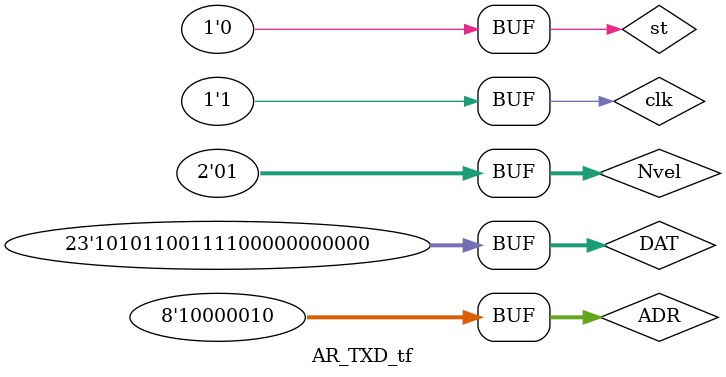
<source format=v>
`timescale 1ns / 1ps


module AR_TXD_tf;

	// Inputs
	reg clk;
	reg [1:0] Nvel;
	reg [7:0] ADR;
	reg [22:0] DAT;
	reg st;

	// Outputs
	wire ce_tact;
	wire TXD1;
	wire TXD0;
	wire SLP;
	wire en_tx;
	wire T_cp;
	wire FT_cp;
	wire SDAT;
	wire QM;
	wire [5:0] cb_bit;
	wire en_tx_word;

	// Instantiate the Unit Under Test (UUT)
	AR_TXD uut (
		.clk(clk), 
		.ce_tact(ce_tact), 
		.Nvel(Nvel), 
		.TXD1(TXD1), 
		.ADR(ADR), 
		.TXD0(TXD0), 
		.DAT(DAT), 
		.SLP(SLP), 
		.st(st), 
		.en_tx(en_tx), 
		.T_cp(T_cp), 
		.FT_cp(FT_cp), 
		.SDAT(SDAT), 
		.QM(QM), 
		.cb_bit(cb_bit), 
		.en_tx_word(en_tx_word)
	);

		parameter Tclk=20; //Tclk=20ns
		always begin clk=1'b0; #(Tclk/2) clk=1'b1; #(Tclk/2); end
		initial begin
		st = 0; 
		Nvel = 1;
		ADR = 8'b00000000;
		DAT = 23'h000000;
		#1005; st = 1; Nvel = 1; ADR = 8'b11111111; DAT = 23'h111111;
		#20; st = 0; Nvel = 1; ADR = 8'b11111111; DAT = 23'h111111;
		#1020; st = 1;
		#1021; st = 0;
		
		
		#720005; st = 1; Nvel = 1; ADR = 8'b10000010; DAT = 23'h567800;
		#20; st = 0; Nvel = 1; ADR = 8'b10000010; DAT = 23'h567800;
		end

      
endmodule


</source>
